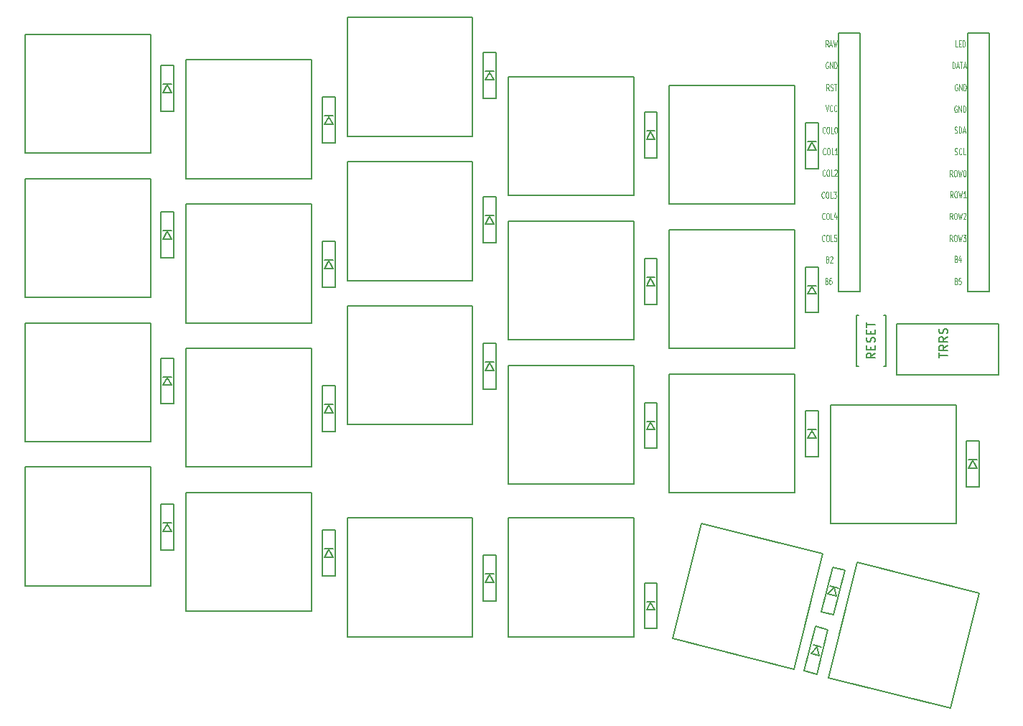
<source format=gbr>
%TF.GenerationSoftware,KiCad,Pcbnew,(5.1.0)-1*%
%TF.CreationDate,2021-02-23T00:32:09+09:00*%
%TF.ProjectId,20200129 thinkeyboardver0,32303230-3031-4323-9920-7468696e6b65,rev?*%
%TF.SameCoordinates,Original*%
%TF.FileFunction,Legend,Top*%
%TF.FilePolarity,Positive*%
%FSLAX46Y46*%
G04 Gerber Fmt 4.6, Leading zero omitted, Abs format (unit mm)*
G04 Created by KiCad (PCBNEW (5.1.0)-1) date 2021-02-23 00:32:09*
%MOMM*%
%LPD*%
G04 APERTURE LIST*
%ADD10C,0.150000*%
%ADD11C,0.125000*%
G04 APERTURE END LIST*
D10*
%TO.C,SW14*%
X141200000Y-87900000D02*
X156000000Y-87900000D01*
X156000000Y-87900000D02*
X156000000Y-101900000D01*
X156000000Y-101900000D02*
X141200000Y-101900000D01*
X141200000Y-101900000D02*
X141200000Y-87900000D01*
%TO.C,SW23*%
X182250000Y-99000000D02*
X182500000Y-99000000D01*
X182250000Y-105000000D02*
X182250000Y-99000000D01*
X182250000Y-105000000D02*
X182500000Y-105000000D01*
X185750000Y-105000000D02*
X185500000Y-105000000D01*
X185750000Y-99000000D02*
X185500000Y-99000000D01*
X185750000Y-105000000D02*
X185750000Y-99000000D01*
%TO.C,J1*%
X187000000Y-100000000D02*
X199000000Y-100000000D01*
X187000000Y-106000000D02*
X187000000Y-100000000D01*
X199000000Y-106000000D02*
X187000000Y-106000000D01*
X199000000Y-100000000D02*
X199000000Y-106000000D01*
%TO.C,SW1*%
X84200000Y-65900000D02*
X99000000Y-65900000D01*
X99000000Y-65900000D02*
X99000000Y-79900000D01*
X99000000Y-79900000D02*
X84200000Y-79900000D01*
X84200000Y-79900000D02*
X84200000Y-65900000D01*
%TO.C,SW2*%
X84200000Y-96900000D02*
X84200000Y-82900000D01*
X99000000Y-96900000D02*
X84200000Y-96900000D01*
X99000000Y-82900000D02*
X99000000Y-96900000D01*
X84200000Y-82900000D02*
X99000000Y-82900000D01*
%TO.C,SW3*%
X84200000Y-99900000D02*
X99000000Y-99900000D01*
X99000000Y-99900000D02*
X99000000Y-113900000D01*
X99000000Y-113900000D02*
X84200000Y-113900000D01*
X84200000Y-113900000D02*
X84200000Y-99900000D01*
%TO.C,SW4*%
X84200000Y-130900164D02*
X84200000Y-116900164D01*
X99000000Y-130900164D02*
X84200000Y-130900164D01*
X99000000Y-116900164D02*
X99000000Y-130900164D01*
X84200000Y-116900164D02*
X99000000Y-116900164D01*
%TO.C,SW5*%
X103200000Y-68900000D02*
X118000000Y-68900000D01*
X118000000Y-68900000D02*
X118000000Y-82900000D01*
X118000000Y-82900000D02*
X103200000Y-82900000D01*
X103200000Y-82900000D02*
X103200000Y-68900000D01*
%TO.C,SW6*%
X103200000Y-99900000D02*
X103200000Y-85900000D01*
X118000000Y-99900000D02*
X103200000Y-99900000D01*
X118000000Y-85900000D02*
X118000000Y-99900000D01*
X103200000Y-85900000D02*
X118000000Y-85900000D01*
%TO.C,SW7*%
X103200000Y-102900000D02*
X118000000Y-102900000D01*
X118000000Y-102900000D02*
X118000000Y-116900000D01*
X118000000Y-116900000D02*
X103200000Y-116900000D01*
X103200000Y-116900000D02*
X103200000Y-102900000D01*
%TO.C,SW8*%
X103200000Y-133900000D02*
X103200000Y-119900000D01*
X118000000Y-133900000D02*
X103200000Y-133900000D01*
X118000000Y-119900000D02*
X118000000Y-133900000D01*
X103200000Y-119900000D02*
X118000000Y-119900000D01*
%TO.C,SW9*%
X122200000Y-63900000D02*
X137000000Y-63900000D01*
X137000000Y-63900000D02*
X137000000Y-77900000D01*
X137000000Y-77900000D02*
X122200000Y-77900000D01*
X122200000Y-77900000D02*
X122200000Y-63900000D01*
%TO.C,SW10*%
X122200000Y-94900000D02*
X122200000Y-80900000D01*
X137000000Y-94900000D02*
X122200000Y-94900000D01*
X137000000Y-80900000D02*
X137000000Y-94900000D01*
X122200000Y-80900000D02*
X137000000Y-80900000D01*
%TO.C,SW11*%
X122200000Y-97900000D02*
X137000000Y-97900000D01*
X137000000Y-97900000D02*
X137000000Y-111900000D01*
X137000000Y-111900000D02*
X122200000Y-111900000D01*
X122200000Y-111900000D02*
X122200000Y-97900000D01*
%TO.C,SW12*%
X122200000Y-136900000D02*
X122200000Y-122900000D01*
X137000000Y-136900000D02*
X122200000Y-136900000D01*
X137000000Y-122900000D02*
X137000000Y-136900000D01*
X122200000Y-122900000D02*
X137000000Y-122900000D01*
%TO.C,SW13*%
X141200000Y-84900000D02*
X141200000Y-70900000D01*
X156000000Y-84900000D02*
X141200000Y-84900000D01*
X156000000Y-70900000D02*
X156000000Y-84900000D01*
X141200000Y-70900000D02*
X156000000Y-70900000D01*
%TO.C,SW15*%
X141200000Y-118900000D02*
X141200000Y-104900000D01*
X156000000Y-118900000D02*
X141200000Y-118900000D01*
X156000000Y-104900000D02*
X156000000Y-118900000D01*
X141200000Y-104900000D02*
X156000000Y-104900000D01*
%TO.C,SW16*%
X141200000Y-122900000D02*
X156000000Y-122900000D01*
X156000000Y-122900000D02*
X156000000Y-136900000D01*
X156000000Y-136900000D02*
X141200000Y-136900000D01*
X141200000Y-136900000D02*
X141200000Y-122900000D01*
%TO.C,SW17*%
X160200000Y-71900000D02*
X175000000Y-71900000D01*
X175000000Y-71900000D02*
X175000000Y-85900000D01*
X175000000Y-85900000D02*
X160200000Y-85900000D01*
X160200000Y-85900000D02*
X160200000Y-71900000D01*
%TO.C,SW18*%
X160200000Y-102900000D02*
X160200000Y-88900000D01*
X175000000Y-102900000D02*
X160200000Y-102900000D01*
X175000000Y-88900000D02*
X175000000Y-102900000D01*
X160200000Y-88900000D02*
X175000000Y-88900000D01*
%TO.C,SW19*%
X160200000Y-119900000D02*
X160200000Y-105900000D01*
X175000000Y-119900000D02*
X160200000Y-119900000D01*
X175000000Y-105900000D02*
X175000000Y-119900000D01*
X160200000Y-105900000D02*
X175000000Y-105900000D01*
%TO.C,SW21*%
X179200000Y-123580000D02*
X179200000Y-109580000D01*
X194000000Y-123580000D02*
X179200000Y-123580000D01*
X194000000Y-109580000D02*
X194000000Y-123580000D01*
X179200000Y-109580000D02*
X194000000Y-109580000D01*
%TO.C,U1*%
X180166400Y-65752000D02*
X182706400Y-65752000D01*
X182706400Y-65752000D02*
X182706400Y-96232000D01*
X182706400Y-96232000D02*
X180166400Y-96232000D01*
X180166400Y-96232000D02*
X180166400Y-65752000D01*
X195386400Y-65752000D02*
X197926400Y-65752000D01*
X197926400Y-65752000D02*
X197926400Y-96232000D01*
X197926400Y-96232000D02*
X195386400Y-96232000D01*
X195386400Y-96232000D02*
X195386400Y-65752000D01*
%TO.C,SW20*%
X163933889Y-123553104D02*
X178294266Y-127133548D01*
X178294266Y-127133548D02*
X174907359Y-140717688D01*
X174907359Y-140717688D02*
X160546982Y-137137244D01*
X160546982Y-137137244D02*
X163933889Y-123553104D01*
%TO.C,SW22*%
X178982601Y-141733760D02*
X182369508Y-128149620D01*
X193342978Y-145314204D02*
X178982601Y-141733760D01*
X196729885Y-131730064D02*
X193342978Y-145314204D01*
X182369508Y-128149620D02*
X196729885Y-131730064D01*
%TO.C,D1*%
X101500000Y-71750000D02*
X100500000Y-71750000D01*
X101000000Y-71850000D02*
X101500000Y-72750000D01*
X100500000Y-72750000D02*
X101000000Y-71850000D01*
X101500000Y-72750000D02*
X100500000Y-72750000D01*
X101750000Y-74950000D02*
X100250000Y-74950000D01*
X101750000Y-69550000D02*
X100250000Y-69550000D01*
X101750000Y-74950000D02*
X101750000Y-69550000D01*
X100250000Y-69550000D02*
X100250000Y-74950000D01*
%TO.C,D2*%
X101500000Y-89000000D02*
X100500000Y-89000000D01*
X101000000Y-89100000D02*
X101500000Y-90000000D01*
X100500000Y-90000000D02*
X101000000Y-89100000D01*
X101500000Y-90000000D02*
X100500000Y-90000000D01*
X101750000Y-92200000D02*
X100250000Y-92200000D01*
X101750000Y-86800000D02*
X100250000Y-86800000D01*
X101750000Y-92200000D02*
X101750000Y-86800000D01*
X100250000Y-86800000D02*
X100250000Y-92200000D01*
%TO.C,D3*%
X100250000Y-104050000D02*
X100250000Y-109450000D01*
X101750000Y-109450000D02*
X101750000Y-104050000D01*
X101750000Y-104050000D02*
X100250000Y-104050000D01*
X101750000Y-109450000D02*
X100250000Y-109450000D01*
X101500000Y-107250000D02*
X100500000Y-107250000D01*
X100500000Y-107250000D02*
X101000000Y-106350000D01*
X101000000Y-106350000D02*
X101500000Y-107250000D01*
X101500000Y-106250000D02*
X100500000Y-106250000D01*
%TO.C,D4*%
X100250000Y-121300000D02*
X100250000Y-126700000D01*
X101750000Y-126700000D02*
X101750000Y-121300000D01*
X101750000Y-121300000D02*
X100250000Y-121300000D01*
X101750000Y-126700000D02*
X100250000Y-126700000D01*
X101500000Y-124500000D02*
X100500000Y-124500000D01*
X100500000Y-124500000D02*
X101000000Y-123600000D01*
X101000000Y-123600000D02*
X101500000Y-124500000D01*
X101500000Y-123500000D02*
X100500000Y-123500000D01*
%TO.C,D5*%
X119250000Y-73300000D02*
X119250000Y-78700000D01*
X120750000Y-78700000D02*
X120750000Y-73300000D01*
X120750000Y-73300000D02*
X119250000Y-73300000D01*
X120750000Y-78700000D02*
X119250000Y-78700000D01*
X120500000Y-76500000D02*
X119500000Y-76500000D01*
X119500000Y-76500000D02*
X120000000Y-75600000D01*
X120000000Y-75600000D02*
X120500000Y-76500000D01*
X120500000Y-75500000D02*
X119500000Y-75500000D01*
%TO.C,D6*%
X119250000Y-90300000D02*
X119250000Y-95700000D01*
X120750000Y-95700000D02*
X120750000Y-90300000D01*
X120750000Y-90300000D02*
X119250000Y-90300000D01*
X120750000Y-95700000D02*
X119250000Y-95700000D01*
X120500000Y-93500000D02*
X119500000Y-93500000D01*
X119500000Y-93500000D02*
X120000000Y-92600000D01*
X120000000Y-92600000D02*
X120500000Y-93500000D01*
X120500000Y-92500000D02*
X119500000Y-92500000D01*
%TO.C,D7*%
X119250000Y-107300000D02*
X119250000Y-112700000D01*
X120750000Y-112700000D02*
X120750000Y-107300000D01*
X120750000Y-107300000D02*
X119250000Y-107300000D01*
X120750000Y-112700000D02*
X119250000Y-112700000D01*
X120500000Y-110500000D02*
X119500000Y-110500000D01*
X119500000Y-110500000D02*
X120000000Y-109600000D01*
X120000000Y-109600000D02*
X120500000Y-110500000D01*
X120500000Y-109500000D02*
X119500000Y-109500000D01*
%TO.C,D8*%
X119250000Y-124300000D02*
X119250000Y-129700000D01*
X120750000Y-129700000D02*
X120750000Y-124300000D01*
X120750000Y-124300000D02*
X119250000Y-124300000D01*
X120750000Y-129700000D02*
X119250000Y-129700000D01*
X120500000Y-127500000D02*
X119500000Y-127500000D01*
X119500000Y-127500000D02*
X120000000Y-126600000D01*
X120000000Y-126600000D02*
X120500000Y-127500000D01*
X120500000Y-126500000D02*
X119500000Y-126500000D01*
%TO.C,D9*%
X139500000Y-70250000D02*
X138500000Y-70250000D01*
X139000000Y-70350000D02*
X139500000Y-71250000D01*
X138500000Y-71250000D02*
X139000000Y-70350000D01*
X139500000Y-71250000D02*
X138500000Y-71250000D01*
X139750000Y-73450000D02*
X138250000Y-73450000D01*
X139750000Y-68050000D02*
X138250000Y-68050000D01*
X139750000Y-73450000D02*
X139750000Y-68050000D01*
X138250000Y-68050000D02*
X138250000Y-73450000D01*
%TO.C,D10*%
X139500000Y-87250000D02*
X138500000Y-87250000D01*
X139000000Y-87350000D02*
X139500000Y-88250000D01*
X138500000Y-88250000D02*
X139000000Y-87350000D01*
X139500000Y-88250000D02*
X138500000Y-88250000D01*
X139750000Y-90450000D02*
X138250000Y-90450000D01*
X139750000Y-85050000D02*
X138250000Y-85050000D01*
X139750000Y-90450000D02*
X139750000Y-85050000D01*
X138250000Y-85050000D02*
X138250000Y-90450000D01*
%TO.C,D11*%
X138250000Y-102300000D02*
X138250000Y-107700000D01*
X139750000Y-107700000D02*
X139750000Y-102300000D01*
X139750000Y-102300000D02*
X138250000Y-102300000D01*
X139750000Y-107700000D02*
X138250000Y-107700000D01*
X139500000Y-105500000D02*
X138500000Y-105500000D01*
X138500000Y-105500000D02*
X139000000Y-104600000D01*
X139000000Y-104600000D02*
X139500000Y-105500000D01*
X139500000Y-104500000D02*
X138500000Y-104500000D01*
%TO.C,D12*%
X139500000Y-129500000D02*
X138500000Y-129500000D01*
X139000000Y-129600000D02*
X139500000Y-130500000D01*
X138500000Y-130500000D02*
X139000000Y-129600000D01*
X139500000Y-130500000D02*
X138500000Y-130500000D01*
X139750000Y-132700000D02*
X138250000Y-132700000D01*
X139750000Y-127300000D02*
X138250000Y-127300000D01*
X139750000Y-132700000D02*
X139750000Y-127300000D01*
X138250000Y-127300000D02*
X138250000Y-132700000D01*
%TO.C,D13*%
X158500000Y-77250000D02*
X157500000Y-77250000D01*
X158000000Y-77350000D02*
X158500000Y-78250000D01*
X157500000Y-78250000D02*
X158000000Y-77350000D01*
X158500000Y-78250000D02*
X157500000Y-78250000D01*
X158750000Y-80450000D02*
X157250000Y-80450000D01*
X158750000Y-75050000D02*
X157250000Y-75050000D01*
X158750000Y-80450000D02*
X158750000Y-75050000D01*
X157250000Y-75050000D02*
X157250000Y-80450000D01*
%TO.C,D14*%
X157250000Y-92300000D02*
X157250000Y-97700000D01*
X158750000Y-97700000D02*
X158750000Y-92300000D01*
X158750000Y-92300000D02*
X157250000Y-92300000D01*
X158750000Y-97700000D02*
X157250000Y-97700000D01*
X158500000Y-95500000D02*
X157500000Y-95500000D01*
X157500000Y-95500000D02*
X158000000Y-94600000D01*
X158000000Y-94600000D02*
X158500000Y-95500000D01*
X158500000Y-94500000D02*
X157500000Y-94500000D01*
%TO.C,D15*%
X158500000Y-111500000D02*
X157500000Y-111500000D01*
X158000000Y-111600000D02*
X158500000Y-112500000D01*
X157500000Y-112500000D02*
X158000000Y-111600000D01*
X158500000Y-112500000D02*
X157500000Y-112500000D01*
X158750000Y-114700000D02*
X157250000Y-114700000D01*
X158750000Y-109300000D02*
X157250000Y-109300000D01*
X158750000Y-114700000D02*
X158750000Y-109300000D01*
X157250000Y-109300000D02*
X157250000Y-114700000D01*
%TO.C,D16*%
X157250000Y-130550000D02*
X157250000Y-135950000D01*
X158750000Y-135950000D02*
X158750000Y-130550000D01*
X158750000Y-130550000D02*
X157250000Y-130550000D01*
X158750000Y-135950000D02*
X157250000Y-135950000D01*
X158500000Y-133750000D02*
X157500000Y-133750000D01*
X157500000Y-133750000D02*
X158000000Y-132850000D01*
X158000000Y-132850000D02*
X158500000Y-133750000D01*
X158500000Y-132750000D02*
X157500000Y-132750000D01*
%TO.C,D17*%
X177500000Y-78500000D02*
X176500000Y-78500000D01*
X177000000Y-78600000D02*
X177500000Y-79500000D01*
X176500000Y-79500000D02*
X177000000Y-78600000D01*
X177500000Y-79500000D02*
X176500000Y-79500000D01*
X177750000Y-81700000D02*
X176250000Y-81700000D01*
X177750000Y-76300000D02*
X176250000Y-76300000D01*
X177750000Y-81700000D02*
X177750000Y-76300000D01*
X176250000Y-76300000D02*
X176250000Y-81700000D01*
%TO.C,D18*%
X176250000Y-93300000D02*
X176250000Y-98700000D01*
X177750000Y-98700000D02*
X177750000Y-93300000D01*
X177750000Y-93300000D02*
X176250000Y-93300000D01*
X177750000Y-98700000D02*
X176250000Y-98700000D01*
X177500000Y-96500000D02*
X176500000Y-96500000D01*
X176500000Y-96500000D02*
X177000000Y-95600000D01*
X177000000Y-95600000D02*
X177500000Y-96500000D01*
X177500000Y-95500000D02*
X176500000Y-95500000D01*
%TO.C,D19*%
X176250000Y-110300000D02*
X176250000Y-115700000D01*
X177750000Y-115700000D02*
X177750000Y-110300000D01*
X177750000Y-110300000D02*
X176250000Y-110300000D01*
X177750000Y-115700000D02*
X176250000Y-115700000D01*
X177500000Y-113500000D02*
X176500000Y-113500000D01*
X176500000Y-113500000D02*
X177000000Y-112600000D01*
X177000000Y-112600000D02*
X177500000Y-113500000D01*
X177500000Y-112500000D02*
X176500000Y-112500000D01*
%TO.C,D20*%
X178106109Y-138135813D02*
X177135813Y-137893891D01*
X177596769Y-138111882D02*
X177864187Y-139106109D01*
X176893891Y-138864187D02*
X177596769Y-138111882D01*
X177864187Y-139106109D02*
X176893891Y-138864187D01*
X177574533Y-141301240D02*
X176119089Y-140938357D01*
X178880911Y-136061643D02*
X177425467Y-135698760D01*
X177574533Y-141301240D02*
X178880911Y-136061643D01*
X177425467Y-135698760D02*
X176119089Y-140938357D01*
%TO.C,D21*%
X196500000Y-116000000D02*
X195500000Y-116000000D01*
X196000000Y-116100000D02*
X196500000Y-117000000D01*
X195500000Y-117000000D02*
X196000000Y-116100000D01*
X196500000Y-117000000D02*
X195500000Y-117000000D01*
X196750000Y-119200000D02*
X195250000Y-119200000D01*
X196750000Y-113800000D02*
X195250000Y-113800000D01*
X196750000Y-119200000D02*
X196750000Y-113800000D01*
X195250000Y-113800000D02*
X195250000Y-119200000D01*
%TO.C,D22*%
X180106109Y-131135813D02*
X179135813Y-130893891D01*
X179596769Y-131111882D02*
X179864187Y-132106109D01*
X178893891Y-131864187D02*
X179596769Y-131111882D01*
X179864187Y-132106109D02*
X178893891Y-131864187D01*
X179574533Y-134301240D02*
X178119089Y-133938357D01*
X180880911Y-129061643D02*
X179425467Y-128698760D01*
X179574533Y-134301240D02*
X180880911Y-129061643D01*
X179425467Y-128698760D02*
X178119089Y-133938357D01*
%TO.C,SW23*%
X184452380Y-103452380D02*
X183976190Y-103785714D01*
X184452380Y-104023809D02*
X183452380Y-104023809D01*
X183452380Y-103642857D01*
X183500000Y-103547619D01*
X183547619Y-103500000D01*
X183642857Y-103452380D01*
X183785714Y-103452380D01*
X183880952Y-103500000D01*
X183928571Y-103547619D01*
X183976190Y-103642857D01*
X183976190Y-104023809D01*
X183928571Y-103023809D02*
X183928571Y-102690476D01*
X184452380Y-102547619D02*
X184452380Y-103023809D01*
X183452380Y-103023809D01*
X183452380Y-102547619D01*
X184404761Y-102166666D02*
X184452380Y-102023809D01*
X184452380Y-101785714D01*
X184404761Y-101690476D01*
X184357142Y-101642857D01*
X184261904Y-101595238D01*
X184166666Y-101595238D01*
X184071428Y-101642857D01*
X184023809Y-101690476D01*
X183976190Y-101785714D01*
X183928571Y-101976190D01*
X183880952Y-102071428D01*
X183833333Y-102119047D01*
X183738095Y-102166666D01*
X183642857Y-102166666D01*
X183547619Y-102119047D01*
X183500000Y-102071428D01*
X183452380Y-101976190D01*
X183452380Y-101738095D01*
X183500000Y-101595238D01*
X183928571Y-101166666D02*
X183928571Y-100833333D01*
X184452380Y-100690476D02*
X184452380Y-101166666D01*
X183452380Y-101166666D01*
X183452380Y-100690476D01*
X183452380Y-100404761D02*
X183452380Y-99833333D01*
X184452380Y-100119047D02*
X183452380Y-100119047D01*
%TO.C,J1*%
X192002380Y-104011904D02*
X192002380Y-103440476D01*
X193002380Y-103726190D02*
X192002380Y-103726190D01*
X193002380Y-102535714D02*
X192526190Y-102869047D01*
X193002380Y-103107142D02*
X192002380Y-103107142D01*
X192002380Y-102726190D01*
X192050000Y-102630952D01*
X192097619Y-102583333D01*
X192192857Y-102535714D01*
X192335714Y-102535714D01*
X192430952Y-102583333D01*
X192478571Y-102630952D01*
X192526190Y-102726190D01*
X192526190Y-103107142D01*
X193002380Y-101535714D02*
X192526190Y-101869047D01*
X193002380Y-102107142D02*
X192002380Y-102107142D01*
X192002380Y-101726190D01*
X192050000Y-101630952D01*
X192097619Y-101583333D01*
X192192857Y-101535714D01*
X192335714Y-101535714D01*
X192430952Y-101583333D01*
X192478571Y-101630952D01*
X192526190Y-101726190D01*
X192526190Y-102107142D01*
X192954761Y-101154761D02*
X193002380Y-101011904D01*
X193002380Y-100773809D01*
X192954761Y-100678571D01*
X192907142Y-100630952D01*
X192811904Y-100583333D01*
X192716666Y-100583333D01*
X192621428Y-100630952D01*
X192573809Y-100678571D01*
X192526190Y-100773809D01*
X192478571Y-100964285D01*
X192430952Y-101059523D01*
X192383333Y-101107142D01*
X192288095Y-101154761D01*
X192192857Y-101154761D01*
X192097619Y-101107142D01*
X192050000Y-101059523D01*
X192002380Y-100964285D01*
X192002380Y-100726190D01*
X192050000Y-100583333D01*
%TO.C,U1*%
D11*
X193619047Y-85141285D02*
X193452380Y-84784142D01*
X193333333Y-85141285D02*
X193333333Y-84391285D01*
X193523809Y-84391285D01*
X193571428Y-84427000D01*
X193595238Y-84462714D01*
X193619047Y-84534142D01*
X193619047Y-84641285D01*
X193595238Y-84712714D01*
X193571428Y-84748428D01*
X193523809Y-84784142D01*
X193333333Y-84784142D01*
X193928571Y-84391285D02*
X194023809Y-84391285D01*
X194071428Y-84427000D01*
X194119047Y-84498428D01*
X194142857Y-84641285D01*
X194142857Y-84891285D01*
X194119047Y-85034142D01*
X194071428Y-85105571D01*
X194023809Y-85141285D01*
X193928571Y-85141285D01*
X193880952Y-85105571D01*
X193833333Y-85034142D01*
X193809523Y-84891285D01*
X193809523Y-84641285D01*
X193833333Y-84498428D01*
X193880952Y-84427000D01*
X193928571Y-84391285D01*
X194309523Y-84391285D02*
X194428571Y-85141285D01*
X194523809Y-84605571D01*
X194619047Y-85141285D01*
X194738095Y-84391285D01*
X195190476Y-85141285D02*
X194904761Y-85141285D01*
X195047619Y-85141285D02*
X195047619Y-84391285D01*
X195000000Y-84498428D01*
X194952380Y-84569857D01*
X194904761Y-84605571D01*
X178502380Y-87617857D02*
X178478571Y-87653571D01*
X178407142Y-87689285D01*
X178359523Y-87689285D01*
X178288095Y-87653571D01*
X178240476Y-87582142D01*
X178216666Y-87510714D01*
X178192857Y-87367857D01*
X178192857Y-87260714D01*
X178216666Y-87117857D01*
X178240476Y-87046428D01*
X178288095Y-86975000D01*
X178359523Y-86939285D01*
X178407142Y-86939285D01*
X178478571Y-86975000D01*
X178502380Y-87010714D01*
X178811904Y-86939285D02*
X178907142Y-86939285D01*
X178954761Y-86975000D01*
X179002380Y-87046428D01*
X179026190Y-87189285D01*
X179026190Y-87439285D01*
X179002380Y-87582142D01*
X178954761Y-87653571D01*
X178907142Y-87689285D01*
X178811904Y-87689285D01*
X178764285Y-87653571D01*
X178716666Y-87582142D01*
X178692857Y-87439285D01*
X178692857Y-87189285D01*
X178716666Y-87046428D01*
X178764285Y-86975000D01*
X178811904Y-86939285D01*
X179478571Y-87689285D02*
X179240476Y-87689285D01*
X179240476Y-86939285D01*
X179859523Y-87189285D02*
X179859523Y-87689285D01*
X179740476Y-86903571D02*
X179621428Y-87439285D01*
X179930952Y-87439285D01*
X193569047Y-87689285D02*
X193402380Y-87332142D01*
X193283333Y-87689285D02*
X193283333Y-86939285D01*
X193473809Y-86939285D01*
X193521428Y-86975000D01*
X193545238Y-87010714D01*
X193569047Y-87082142D01*
X193569047Y-87189285D01*
X193545238Y-87260714D01*
X193521428Y-87296428D01*
X193473809Y-87332142D01*
X193283333Y-87332142D01*
X193878571Y-86939285D02*
X193973809Y-86939285D01*
X194021428Y-86975000D01*
X194069047Y-87046428D01*
X194092857Y-87189285D01*
X194092857Y-87439285D01*
X194069047Y-87582142D01*
X194021428Y-87653571D01*
X193973809Y-87689285D01*
X193878571Y-87689285D01*
X193830952Y-87653571D01*
X193783333Y-87582142D01*
X193759523Y-87439285D01*
X193759523Y-87189285D01*
X193783333Y-87046428D01*
X193830952Y-86975000D01*
X193878571Y-86939285D01*
X194259523Y-86939285D02*
X194378571Y-87689285D01*
X194473809Y-87153571D01*
X194569047Y-87689285D01*
X194688095Y-86939285D01*
X194854761Y-87010714D02*
X194878571Y-86975000D01*
X194926190Y-86939285D01*
X195045238Y-86939285D01*
X195092857Y-86975000D01*
X195116666Y-87010714D01*
X195140476Y-87082142D01*
X195140476Y-87153571D01*
X195116666Y-87260714D01*
X194830952Y-87689285D01*
X195140476Y-87689285D01*
X178502380Y-90213357D02*
X178478571Y-90249071D01*
X178407142Y-90284785D01*
X178359523Y-90284785D01*
X178288095Y-90249071D01*
X178240476Y-90177642D01*
X178216666Y-90106214D01*
X178192857Y-89963357D01*
X178192857Y-89856214D01*
X178216666Y-89713357D01*
X178240476Y-89641928D01*
X178288095Y-89570500D01*
X178359523Y-89534785D01*
X178407142Y-89534785D01*
X178478571Y-89570500D01*
X178502380Y-89606214D01*
X178811904Y-89534785D02*
X178907142Y-89534785D01*
X178954761Y-89570500D01*
X179002380Y-89641928D01*
X179026190Y-89784785D01*
X179026190Y-90034785D01*
X179002380Y-90177642D01*
X178954761Y-90249071D01*
X178907142Y-90284785D01*
X178811904Y-90284785D01*
X178764285Y-90249071D01*
X178716666Y-90177642D01*
X178692857Y-90034785D01*
X178692857Y-89784785D01*
X178716666Y-89641928D01*
X178764285Y-89570500D01*
X178811904Y-89534785D01*
X179478571Y-90284785D02*
X179240476Y-90284785D01*
X179240476Y-89534785D01*
X179883333Y-89534785D02*
X179645238Y-89534785D01*
X179621428Y-89891928D01*
X179645238Y-89856214D01*
X179692857Y-89820500D01*
X179811904Y-89820500D01*
X179859523Y-89856214D01*
X179883333Y-89891928D01*
X179907142Y-89963357D01*
X179907142Y-90141928D01*
X179883333Y-90213357D01*
X179859523Y-90249071D01*
X179811904Y-90284785D01*
X179692857Y-90284785D01*
X179645238Y-90249071D01*
X179621428Y-90213357D01*
X193569047Y-90284785D02*
X193402380Y-89927642D01*
X193283333Y-90284785D02*
X193283333Y-89534785D01*
X193473809Y-89534785D01*
X193521428Y-89570500D01*
X193545238Y-89606214D01*
X193569047Y-89677642D01*
X193569047Y-89784785D01*
X193545238Y-89856214D01*
X193521428Y-89891928D01*
X193473809Y-89927642D01*
X193283333Y-89927642D01*
X193878571Y-89534785D02*
X193973809Y-89534785D01*
X194021428Y-89570500D01*
X194069047Y-89641928D01*
X194092857Y-89784785D01*
X194092857Y-90034785D01*
X194069047Y-90177642D01*
X194021428Y-90249071D01*
X193973809Y-90284785D01*
X193878571Y-90284785D01*
X193830952Y-90249071D01*
X193783333Y-90177642D01*
X193759523Y-90034785D01*
X193759523Y-89784785D01*
X193783333Y-89641928D01*
X193830952Y-89570500D01*
X193878571Y-89534785D01*
X194259523Y-89534785D02*
X194378571Y-90284785D01*
X194473809Y-89749071D01*
X194569047Y-90284785D01*
X194688095Y-89534785D01*
X194830952Y-89534785D02*
X195140476Y-89534785D01*
X194973809Y-89820500D01*
X195045238Y-89820500D01*
X195092857Y-89856214D01*
X195116666Y-89891928D01*
X195140476Y-89963357D01*
X195140476Y-90141928D01*
X195116666Y-90213357D01*
X195092857Y-90249071D01*
X195045238Y-90284785D01*
X194902380Y-90284785D01*
X194854761Y-90249071D01*
X194830952Y-90213357D01*
X178847619Y-92396428D02*
X178919047Y-92432142D01*
X178942857Y-92467857D01*
X178966666Y-92539285D01*
X178966666Y-92646428D01*
X178942857Y-92717857D01*
X178919047Y-92753571D01*
X178871428Y-92789285D01*
X178680952Y-92789285D01*
X178680952Y-92039285D01*
X178847619Y-92039285D01*
X178895238Y-92075000D01*
X178919047Y-92110714D01*
X178942857Y-92182142D01*
X178942857Y-92253571D01*
X178919047Y-92325000D01*
X178895238Y-92360714D01*
X178847619Y-92396428D01*
X178680952Y-92396428D01*
X179157142Y-92110714D02*
X179180952Y-92075000D01*
X179228571Y-92039285D01*
X179347619Y-92039285D01*
X179395238Y-92075000D01*
X179419047Y-92110714D01*
X179442857Y-92182142D01*
X179442857Y-92253571D01*
X179419047Y-92360714D01*
X179133333Y-92789285D01*
X179442857Y-92789285D01*
X193997619Y-92368428D02*
X194069047Y-92404142D01*
X194092857Y-92439857D01*
X194116666Y-92511285D01*
X194116666Y-92618428D01*
X194092857Y-92689857D01*
X194069047Y-92725571D01*
X194021428Y-92761285D01*
X193830952Y-92761285D01*
X193830952Y-92011285D01*
X193997619Y-92011285D01*
X194045238Y-92047000D01*
X194069047Y-92082714D01*
X194092857Y-92154142D01*
X194092857Y-92225571D01*
X194069047Y-92297000D01*
X194045238Y-92332714D01*
X193997619Y-92368428D01*
X193830952Y-92368428D01*
X194545238Y-92261285D02*
X194545238Y-92761285D01*
X194426190Y-91975571D02*
X194307142Y-92511285D01*
X194616666Y-92511285D01*
X193997619Y-94971928D02*
X194069047Y-95007642D01*
X194092857Y-95043357D01*
X194116666Y-95114785D01*
X194116666Y-95221928D01*
X194092857Y-95293357D01*
X194069047Y-95329071D01*
X194021428Y-95364785D01*
X193830952Y-95364785D01*
X193830952Y-94614785D01*
X193997619Y-94614785D01*
X194045238Y-94650500D01*
X194069047Y-94686214D01*
X194092857Y-94757642D01*
X194092857Y-94829071D01*
X194069047Y-94900500D01*
X194045238Y-94936214D01*
X193997619Y-94971928D01*
X193830952Y-94971928D01*
X194569047Y-94614785D02*
X194330952Y-94614785D01*
X194307142Y-94971928D01*
X194330952Y-94936214D01*
X194378571Y-94900500D01*
X194497619Y-94900500D01*
X194545238Y-94936214D01*
X194569047Y-94971928D01*
X194592857Y-95043357D01*
X194592857Y-95221928D01*
X194569047Y-95293357D01*
X194545238Y-95329071D01*
X194497619Y-95364785D01*
X194378571Y-95364785D01*
X194330952Y-95329071D01*
X194307142Y-95293357D01*
X178747619Y-94946428D02*
X178819047Y-94982142D01*
X178842857Y-95017857D01*
X178866666Y-95089285D01*
X178866666Y-95196428D01*
X178842857Y-95267857D01*
X178819047Y-95303571D01*
X178771428Y-95339285D01*
X178580952Y-95339285D01*
X178580952Y-94589285D01*
X178747619Y-94589285D01*
X178795238Y-94625000D01*
X178819047Y-94660714D01*
X178842857Y-94732142D01*
X178842857Y-94803571D01*
X178819047Y-94875000D01*
X178795238Y-94910714D01*
X178747619Y-94946428D01*
X178580952Y-94946428D01*
X179295238Y-94589285D02*
X179200000Y-94589285D01*
X179152380Y-94625000D01*
X179128571Y-94660714D01*
X179080952Y-94767857D01*
X179057142Y-94910714D01*
X179057142Y-95196428D01*
X179080952Y-95267857D01*
X179104761Y-95303571D01*
X179152380Y-95339285D01*
X179247619Y-95339285D01*
X179295238Y-95303571D01*
X179319047Y-95267857D01*
X179342857Y-95196428D01*
X179342857Y-95017857D01*
X179319047Y-94946428D01*
X179295238Y-94910714D01*
X179247619Y-94875000D01*
X179152380Y-94875000D01*
X179104761Y-94910714D01*
X179080952Y-94946428D01*
X179057142Y-95017857D01*
X178552380Y-77467857D02*
X178528571Y-77503571D01*
X178457142Y-77539285D01*
X178409523Y-77539285D01*
X178338095Y-77503571D01*
X178290476Y-77432142D01*
X178266666Y-77360714D01*
X178242857Y-77217857D01*
X178242857Y-77110714D01*
X178266666Y-76967857D01*
X178290476Y-76896428D01*
X178338095Y-76825000D01*
X178409523Y-76789285D01*
X178457142Y-76789285D01*
X178528571Y-76825000D01*
X178552380Y-76860714D01*
X178861904Y-76789285D02*
X178957142Y-76789285D01*
X179004761Y-76825000D01*
X179052380Y-76896428D01*
X179076190Y-77039285D01*
X179076190Y-77289285D01*
X179052380Y-77432142D01*
X179004761Y-77503571D01*
X178957142Y-77539285D01*
X178861904Y-77539285D01*
X178814285Y-77503571D01*
X178766666Y-77432142D01*
X178742857Y-77289285D01*
X178742857Y-77039285D01*
X178766666Y-76896428D01*
X178814285Y-76825000D01*
X178861904Y-76789285D01*
X179528571Y-77539285D02*
X179290476Y-77539285D01*
X179290476Y-76789285D01*
X179790476Y-76789285D02*
X179838095Y-76789285D01*
X179885714Y-76825000D01*
X179909523Y-76860714D01*
X179933333Y-76932142D01*
X179957142Y-77075000D01*
X179957142Y-77253571D01*
X179933333Y-77396428D01*
X179909523Y-77467857D01*
X179885714Y-77503571D01*
X179838095Y-77539285D01*
X179790476Y-77539285D01*
X179742857Y-77503571D01*
X179719047Y-77467857D01*
X179695238Y-77396428D01*
X179671428Y-77253571D01*
X179671428Y-77075000D01*
X179695238Y-76932142D01*
X179719047Y-76860714D01*
X179742857Y-76825000D01*
X179790476Y-76789285D01*
X193853857Y-77485571D02*
X193925285Y-77521285D01*
X194044333Y-77521285D01*
X194091952Y-77485571D01*
X194115761Y-77449857D01*
X194139571Y-77378428D01*
X194139571Y-77307000D01*
X194115761Y-77235571D01*
X194091952Y-77199857D01*
X194044333Y-77164142D01*
X193949095Y-77128428D01*
X193901476Y-77092714D01*
X193877666Y-77057000D01*
X193853857Y-76985571D01*
X193853857Y-76914142D01*
X193877666Y-76842714D01*
X193901476Y-76807000D01*
X193949095Y-76771285D01*
X194068142Y-76771285D01*
X194139571Y-76807000D01*
X194353857Y-77521285D02*
X194353857Y-76771285D01*
X194472904Y-76771285D01*
X194544333Y-76807000D01*
X194591952Y-76878428D01*
X194615761Y-76949857D01*
X194639571Y-77092714D01*
X194639571Y-77199857D01*
X194615761Y-77342714D01*
X194591952Y-77414142D01*
X194544333Y-77485571D01*
X194472904Y-77521285D01*
X194353857Y-77521285D01*
X194830047Y-77307000D02*
X195068142Y-77307000D01*
X194782428Y-77521285D02*
X194949095Y-76771285D01*
X195115761Y-77521285D01*
X178602380Y-79989857D02*
X178578571Y-80025571D01*
X178507142Y-80061285D01*
X178459523Y-80061285D01*
X178388095Y-80025571D01*
X178340476Y-79954142D01*
X178316666Y-79882714D01*
X178292857Y-79739857D01*
X178292857Y-79632714D01*
X178316666Y-79489857D01*
X178340476Y-79418428D01*
X178388095Y-79347000D01*
X178459523Y-79311285D01*
X178507142Y-79311285D01*
X178578571Y-79347000D01*
X178602380Y-79382714D01*
X178911904Y-79311285D02*
X179007142Y-79311285D01*
X179054761Y-79347000D01*
X179102380Y-79418428D01*
X179126190Y-79561285D01*
X179126190Y-79811285D01*
X179102380Y-79954142D01*
X179054761Y-80025571D01*
X179007142Y-80061285D01*
X178911904Y-80061285D01*
X178864285Y-80025571D01*
X178816666Y-79954142D01*
X178792857Y-79811285D01*
X178792857Y-79561285D01*
X178816666Y-79418428D01*
X178864285Y-79347000D01*
X178911904Y-79311285D01*
X179578571Y-80061285D02*
X179340476Y-80061285D01*
X179340476Y-79311285D01*
X180007142Y-80061285D02*
X179721428Y-80061285D01*
X179864285Y-80061285D02*
X179864285Y-79311285D01*
X179816666Y-79418428D01*
X179769047Y-79489857D01*
X179721428Y-79525571D01*
X193865761Y-80025571D02*
X193937190Y-80061285D01*
X194056238Y-80061285D01*
X194103857Y-80025571D01*
X194127666Y-79989857D01*
X194151476Y-79918428D01*
X194151476Y-79847000D01*
X194127666Y-79775571D01*
X194103857Y-79739857D01*
X194056238Y-79704142D01*
X193961000Y-79668428D01*
X193913380Y-79632714D01*
X193889571Y-79597000D01*
X193865761Y-79525571D01*
X193865761Y-79454142D01*
X193889571Y-79382714D01*
X193913380Y-79347000D01*
X193961000Y-79311285D01*
X194080047Y-79311285D01*
X194151476Y-79347000D01*
X194651476Y-79989857D02*
X194627666Y-80025571D01*
X194556238Y-80061285D01*
X194508619Y-80061285D01*
X194437190Y-80025571D01*
X194389571Y-79954142D01*
X194365761Y-79882714D01*
X194341952Y-79739857D01*
X194341952Y-79632714D01*
X194365761Y-79489857D01*
X194389571Y-79418428D01*
X194437190Y-79347000D01*
X194508619Y-79311285D01*
X194556238Y-79311285D01*
X194627666Y-79347000D01*
X194651476Y-79382714D01*
X195103857Y-80061285D02*
X194865761Y-80061285D01*
X194865761Y-79311285D01*
X178552380Y-82529857D02*
X178528571Y-82565571D01*
X178457142Y-82601285D01*
X178409523Y-82601285D01*
X178338095Y-82565571D01*
X178290476Y-82494142D01*
X178266666Y-82422714D01*
X178242857Y-82279857D01*
X178242857Y-82172714D01*
X178266666Y-82029857D01*
X178290476Y-81958428D01*
X178338095Y-81887000D01*
X178409523Y-81851285D01*
X178457142Y-81851285D01*
X178528571Y-81887000D01*
X178552380Y-81922714D01*
X178861904Y-81851285D02*
X178957142Y-81851285D01*
X179004761Y-81887000D01*
X179052380Y-81958428D01*
X179076190Y-82101285D01*
X179076190Y-82351285D01*
X179052380Y-82494142D01*
X179004761Y-82565571D01*
X178957142Y-82601285D01*
X178861904Y-82601285D01*
X178814285Y-82565571D01*
X178766666Y-82494142D01*
X178742857Y-82351285D01*
X178742857Y-82101285D01*
X178766666Y-81958428D01*
X178814285Y-81887000D01*
X178861904Y-81851285D01*
X179528571Y-82601285D02*
X179290476Y-82601285D01*
X179290476Y-81851285D01*
X179671428Y-81922714D02*
X179695238Y-81887000D01*
X179742857Y-81851285D01*
X179861904Y-81851285D01*
X179909523Y-81887000D01*
X179933333Y-81922714D01*
X179957142Y-81994142D01*
X179957142Y-82065571D01*
X179933333Y-82172714D01*
X179647619Y-82601285D01*
X179957142Y-82601285D01*
X193569047Y-82639285D02*
X193402380Y-82282142D01*
X193283333Y-82639285D02*
X193283333Y-81889285D01*
X193473809Y-81889285D01*
X193521428Y-81925000D01*
X193545238Y-81960714D01*
X193569047Y-82032142D01*
X193569047Y-82139285D01*
X193545238Y-82210714D01*
X193521428Y-82246428D01*
X193473809Y-82282142D01*
X193283333Y-82282142D01*
X193878571Y-81889285D02*
X193973809Y-81889285D01*
X194021428Y-81925000D01*
X194069047Y-81996428D01*
X194092857Y-82139285D01*
X194092857Y-82389285D01*
X194069047Y-82532142D01*
X194021428Y-82603571D01*
X193973809Y-82639285D01*
X193878571Y-82639285D01*
X193830952Y-82603571D01*
X193783333Y-82532142D01*
X193759523Y-82389285D01*
X193759523Y-82139285D01*
X193783333Y-81996428D01*
X193830952Y-81925000D01*
X193878571Y-81889285D01*
X194259523Y-81889285D02*
X194378571Y-82639285D01*
X194473809Y-82103571D01*
X194569047Y-82639285D01*
X194688095Y-81889285D01*
X194973809Y-81889285D02*
X195021428Y-81889285D01*
X195069047Y-81925000D01*
X195092857Y-81960714D01*
X195116666Y-82032142D01*
X195140476Y-82175000D01*
X195140476Y-82353571D01*
X195116666Y-82496428D01*
X195092857Y-82567857D01*
X195069047Y-82603571D01*
X195021428Y-82639285D01*
X194973809Y-82639285D01*
X194926190Y-82603571D01*
X194902380Y-82567857D01*
X194878571Y-82496428D01*
X194854761Y-82353571D01*
X194854761Y-82175000D01*
X194878571Y-82032142D01*
X194902380Y-81960714D01*
X194926190Y-81925000D01*
X194973809Y-81889285D01*
X178452380Y-85117857D02*
X178428571Y-85153571D01*
X178357142Y-85189285D01*
X178309523Y-85189285D01*
X178238095Y-85153571D01*
X178190476Y-85082142D01*
X178166666Y-85010714D01*
X178142857Y-84867857D01*
X178142857Y-84760714D01*
X178166666Y-84617857D01*
X178190476Y-84546428D01*
X178238095Y-84475000D01*
X178309523Y-84439285D01*
X178357142Y-84439285D01*
X178428571Y-84475000D01*
X178452380Y-84510714D01*
X178761904Y-84439285D02*
X178857142Y-84439285D01*
X178904761Y-84475000D01*
X178952380Y-84546428D01*
X178976190Y-84689285D01*
X178976190Y-84939285D01*
X178952380Y-85082142D01*
X178904761Y-85153571D01*
X178857142Y-85189285D01*
X178761904Y-85189285D01*
X178714285Y-85153571D01*
X178666666Y-85082142D01*
X178642857Y-84939285D01*
X178642857Y-84689285D01*
X178666666Y-84546428D01*
X178714285Y-84475000D01*
X178761904Y-84439285D01*
X179428571Y-85189285D02*
X179190476Y-85189285D01*
X179190476Y-84439285D01*
X179547619Y-84439285D02*
X179857142Y-84439285D01*
X179690476Y-84725000D01*
X179761904Y-84725000D01*
X179809523Y-84760714D01*
X179833333Y-84796428D01*
X179857142Y-84867857D01*
X179857142Y-85046428D01*
X179833333Y-85117857D01*
X179809523Y-85153571D01*
X179761904Y-85189285D01*
X179619047Y-85189285D01*
X179571428Y-85153571D01*
X179547619Y-85117857D01*
X194080047Y-74330500D02*
X194032428Y-74294785D01*
X193961000Y-74294785D01*
X193889571Y-74330500D01*
X193841952Y-74401928D01*
X193818142Y-74473357D01*
X193794333Y-74616214D01*
X193794333Y-74723357D01*
X193818142Y-74866214D01*
X193841952Y-74937642D01*
X193889571Y-75009071D01*
X193961000Y-75044785D01*
X194008619Y-75044785D01*
X194080047Y-75009071D01*
X194103857Y-74973357D01*
X194103857Y-74723357D01*
X194008619Y-74723357D01*
X194318142Y-75044785D02*
X194318142Y-74294785D01*
X194603857Y-75044785D01*
X194603857Y-74294785D01*
X194841952Y-75044785D02*
X194841952Y-74294785D01*
X194961000Y-74294785D01*
X195032428Y-74330500D01*
X195080047Y-74401928D01*
X195103857Y-74473357D01*
X195127666Y-74616214D01*
X195127666Y-74723357D01*
X195103857Y-74866214D01*
X195080047Y-74937642D01*
X195032428Y-75009071D01*
X194961000Y-75044785D01*
X194841952Y-75044785D01*
X178617833Y-74231285D02*
X178784500Y-74981285D01*
X178951166Y-74231285D01*
X179403547Y-74909857D02*
X179379738Y-74945571D01*
X179308309Y-74981285D01*
X179260690Y-74981285D01*
X179189261Y-74945571D01*
X179141642Y-74874142D01*
X179117833Y-74802714D01*
X179094023Y-74659857D01*
X179094023Y-74552714D01*
X179117833Y-74409857D01*
X179141642Y-74338428D01*
X179189261Y-74267000D01*
X179260690Y-74231285D01*
X179308309Y-74231285D01*
X179379738Y-74267000D01*
X179403547Y-74302714D01*
X179903547Y-74909857D02*
X179879738Y-74945571D01*
X179808309Y-74981285D01*
X179760690Y-74981285D01*
X179689261Y-74945571D01*
X179641642Y-74874142D01*
X179617833Y-74802714D01*
X179594023Y-74659857D01*
X179594023Y-74552714D01*
X179617833Y-74409857D01*
X179641642Y-74338428D01*
X179689261Y-74267000D01*
X179760690Y-74231285D01*
X179808309Y-74231285D01*
X179879738Y-74267000D01*
X179903547Y-74302714D01*
X194143547Y-71790500D02*
X194095928Y-71754785D01*
X194024500Y-71754785D01*
X193953071Y-71790500D01*
X193905452Y-71861928D01*
X193881642Y-71933357D01*
X193857833Y-72076214D01*
X193857833Y-72183357D01*
X193881642Y-72326214D01*
X193905452Y-72397642D01*
X193953071Y-72469071D01*
X194024500Y-72504785D01*
X194072119Y-72504785D01*
X194143547Y-72469071D01*
X194167357Y-72433357D01*
X194167357Y-72183357D01*
X194072119Y-72183357D01*
X194381642Y-72504785D02*
X194381642Y-71754785D01*
X194667357Y-72504785D01*
X194667357Y-71754785D01*
X194905452Y-72504785D02*
X194905452Y-71754785D01*
X195024500Y-71754785D01*
X195095928Y-71790500D01*
X195143547Y-71861928D01*
X195167357Y-71933357D01*
X195191166Y-72076214D01*
X195191166Y-72183357D01*
X195167357Y-72326214D01*
X195143547Y-72397642D01*
X195095928Y-72469071D01*
X195024500Y-72504785D01*
X194905452Y-72504785D01*
X179010690Y-72504785D02*
X178844023Y-72147642D01*
X178724976Y-72504785D02*
X178724976Y-71754785D01*
X178915452Y-71754785D01*
X178963071Y-71790500D01*
X178986880Y-71826214D01*
X179010690Y-71897642D01*
X179010690Y-72004785D01*
X178986880Y-72076214D01*
X178963071Y-72111928D01*
X178915452Y-72147642D01*
X178724976Y-72147642D01*
X179201166Y-72469071D02*
X179272595Y-72504785D01*
X179391642Y-72504785D01*
X179439261Y-72469071D01*
X179463071Y-72433357D01*
X179486880Y-72361928D01*
X179486880Y-72290500D01*
X179463071Y-72219071D01*
X179439261Y-72183357D01*
X179391642Y-72147642D01*
X179296404Y-72111928D01*
X179248785Y-72076214D01*
X179224976Y-72040500D01*
X179201166Y-71969071D01*
X179201166Y-71897642D01*
X179224976Y-71826214D01*
X179248785Y-71790500D01*
X179296404Y-71754785D01*
X179415452Y-71754785D01*
X179486880Y-71790500D01*
X179629738Y-71754785D02*
X179915452Y-71754785D01*
X179772595Y-72504785D02*
X179772595Y-71754785D01*
X193600000Y-69889285D02*
X193600000Y-69139285D01*
X193719047Y-69139285D01*
X193790476Y-69175000D01*
X193838095Y-69246428D01*
X193861904Y-69317857D01*
X193885714Y-69460714D01*
X193885714Y-69567857D01*
X193861904Y-69710714D01*
X193838095Y-69782142D01*
X193790476Y-69853571D01*
X193719047Y-69889285D01*
X193600000Y-69889285D01*
X194076190Y-69675000D02*
X194314285Y-69675000D01*
X194028571Y-69889285D02*
X194195238Y-69139285D01*
X194361904Y-69889285D01*
X194457142Y-69139285D02*
X194742857Y-69139285D01*
X194600000Y-69889285D02*
X194600000Y-69139285D01*
X194885714Y-69675000D02*
X195123809Y-69675000D01*
X194838095Y-69889285D02*
X195004761Y-69139285D01*
X195171428Y-69889285D01*
X178903547Y-69187000D02*
X178855928Y-69151285D01*
X178784500Y-69151285D01*
X178713071Y-69187000D01*
X178665452Y-69258428D01*
X178641642Y-69329857D01*
X178617833Y-69472714D01*
X178617833Y-69579857D01*
X178641642Y-69722714D01*
X178665452Y-69794142D01*
X178713071Y-69865571D01*
X178784500Y-69901285D01*
X178832119Y-69901285D01*
X178903547Y-69865571D01*
X178927357Y-69829857D01*
X178927357Y-69579857D01*
X178832119Y-69579857D01*
X179141642Y-69901285D02*
X179141642Y-69151285D01*
X179427357Y-69901285D01*
X179427357Y-69151285D01*
X179665452Y-69901285D02*
X179665452Y-69151285D01*
X179784500Y-69151285D01*
X179855928Y-69187000D01*
X179903547Y-69258428D01*
X179927357Y-69329857D01*
X179951166Y-69472714D01*
X179951166Y-69579857D01*
X179927357Y-69722714D01*
X179903547Y-69794142D01*
X179855928Y-69865571D01*
X179784500Y-69901285D01*
X179665452Y-69901285D01*
X194178571Y-67361285D02*
X193940476Y-67361285D01*
X193940476Y-66611285D01*
X194345238Y-66968428D02*
X194511904Y-66968428D01*
X194583333Y-67361285D02*
X194345238Y-67361285D01*
X194345238Y-66611285D01*
X194583333Y-66611285D01*
X194797619Y-67361285D02*
X194797619Y-66611285D01*
X194916666Y-66611285D01*
X194988095Y-66647000D01*
X195035714Y-66718428D01*
X195059523Y-66789857D01*
X195083333Y-66932714D01*
X195083333Y-67039857D01*
X195059523Y-67182714D01*
X195035714Y-67254142D01*
X194988095Y-67325571D01*
X194916666Y-67361285D01*
X194797619Y-67361285D01*
X178939261Y-67361285D02*
X178772595Y-67004142D01*
X178653547Y-67361285D02*
X178653547Y-66611285D01*
X178844023Y-66611285D01*
X178891642Y-66647000D01*
X178915452Y-66682714D01*
X178939261Y-66754142D01*
X178939261Y-66861285D01*
X178915452Y-66932714D01*
X178891642Y-66968428D01*
X178844023Y-67004142D01*
X178653547Y-67004142D01*
X179129738Y-67147000D02*
X179367833Y-67147000D01*
X179082119Y-67361285D02*
X179248785Y-66611285D01*
X179415452Y-67361285D01*
X179534500Y-66611285D02*
X179653547Y-67361285D01*
X179748785Y-66825571D01*
X179844023Y-67361285D01*
X179963071Y-66611285D01*
D10*
%TD*%
M02*

</source>
